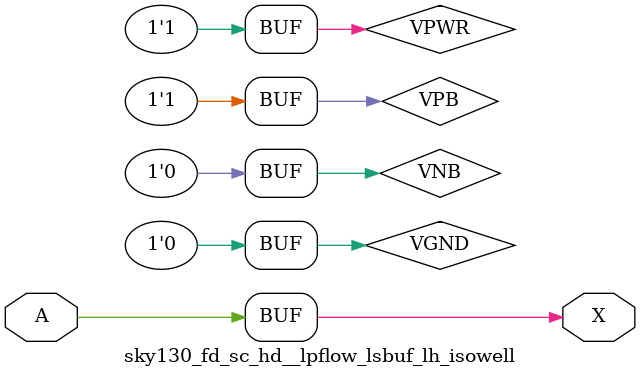
<source format=v>
/*
 * Copyright 2020 The SkyWater PDK Authors
 *
 * Licensed under the Apache License, Version 2.0 (the "License");
 * you may not use this file except in compliance with the License.
 * You may obtain a copy of the License at
 *
 *     https://www.apache.org/licenses/LICENSE-2.0
 *
 * Unless required by applicable law or agreed to in writing, software
 * distributed under the License is distributed on an "AS IS" BASIS,
 * WITHOUT WARRANTIES OR CONDITIONS OF ANY KIND, either express or implied.
 * See the License for the specific language governing permissions and
 * limitations under the License.
 *
 * SPDX-License-Identifier: Apache-2.0
*/


`ifndef SKY130_FD_SC_HD__LPFLOW_LSBUF_LH_ISOWELL_TIMING_V
`define SKY130_FD_SC_HD__LPFLOW_LSBUF_LH_ISOWELL_TIMING_V

/**
 * lpflow_lsbuf_lh_isowell: Level-shift buffer, low-to-high, isolated
 *                          well on input buffer, no taps,
 *                          double-row-height cell.
 *
 * Verilog simulation timing model.
 */

`timescale 1ns / 1ps
`default_nettype none

`celldefine
module sky130_fd_sc_hd__lpflow_lsbuf_lh_isowell (
    X,
    A
);

    // Module ports
    output X;
    input  A;

    // Module supplies
    supply1 VPWR;
    supply0 VGND;
    supply1 VPB ;
    supply0 VNB ;

    //  Name  Output  Other arguments
    buf buf0 (X     , A              );

endmodule
`endcelldefine

`default_nettype wire
`endif  // SKY130_FD_SC_HD__LPFLOW_LSBUF_LH_ISOWELL_TIMING_V

</source>
